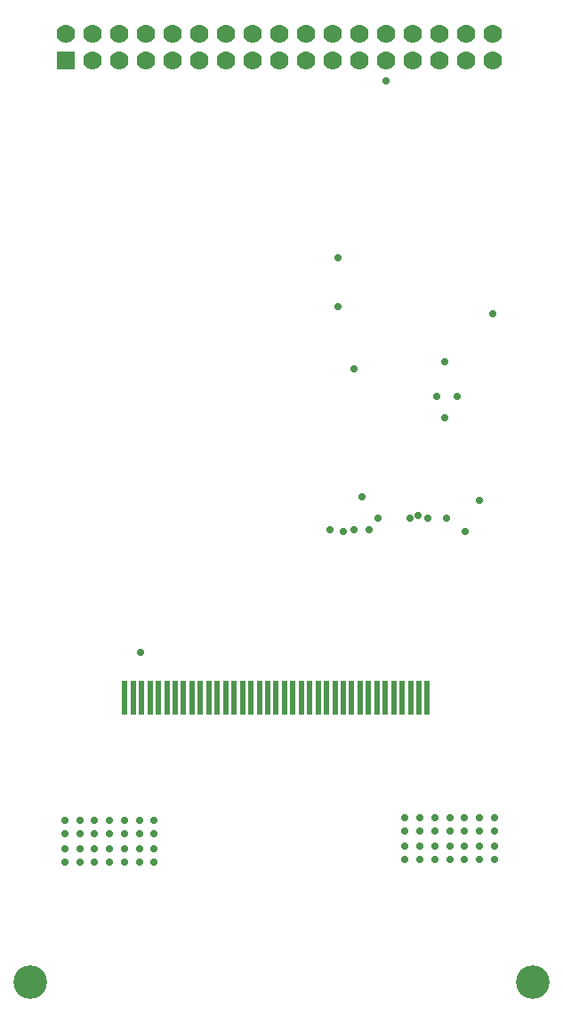
<source format=gts>
G04 Layer_Color=8388736*
%FSLAX25Y25*%
%MOIN*%
G70*
G01*
G75*
%ADD27R,0.02375X0.12611*%
%ADD28C,0.12611*%
%ADD29C,0.07000*%
%ADD30R,0.07000X0.07000*%
%ADD31C,0.02768*%
D27*
X-166039Y116500D02*
D03*
X-162890D02*
D03*
X-159740D02*
D03*
X-156591D02*
D03*
X-153441D02*
D03*
X-150291D02*
D03*
X-147142D02*
D03*
X-143992D02*
D03*
X-140842D02*
D03*
X-137693D02*
D03*
X-134543D02*
D03*
X-131394D02*
D03*
X-128244D02*
D03*
X-125094D02*
D03*
X-121945D02*
D03*
X-118795D02*
D03*
X-115646D02*
D03*
X-112496D02*
D03*
X-109346D02*
D03*
X-106197D02*
D03*
X-103047D02*
D03*
X-99898D02*
D03*
X-96748D02*
D03*
X-93598D02*
D03*
X-90449D02*
D03*
X-87299D02*
D03*
X-84150D02*
D03*
X-81000D02*
D03*
X-77850D02*
D03*
X-74701D02*
D03*
X-71551D02*
D03*
X-68402D02*
D03*
X-65252D02*
D03*
X-62102D02*
D03*
X-58953D02*
D03*
X-55803D02*
D03*
X-52653D02*
D03*
D28*
X-201484Y10079D02*
D03*
X-12992D02*
D03*
D29*
X-28228Y355748D02*
D03*
X-98228D02*
D03*
Y365748D02*
D03*
X-168228D02*
D03*
X-188228D02*
D03*
X-148228Y355748D02*
D03*
X-128228Y365748D02*
D03*
Y355748D02*
D03*
X-158228Y365748D02*
D03*
Y355748D02*
D03*
X-178228D02*
D03*
Y365748D02*
D03*
X-148228D02*
D03*
X-138228Y355748D02*
D03*
Y365748D02*
D03*
X-118228Y355748D02*
D03*
Y365748D02*
D03*
X-108228Y355748D02*
D03*
Y365748D02*
D03*
X-88228Y355748D02*
D03*
Y365748D02*
D03*
X-78228Y355748D02*
D03*
Y365748D02*
D03*
X-68228Y355748D02*
D03*
Y365748D02*
D03*
X-58228Y355748D02*
D03*
Y365748D02*
D03*
X-48228Y355748D02*
D03*
Y365748D02*
D03*
X-38228Y355748D02*
D03*
Y365748D02*
D03*
X-168228Y355748D02*
D03*
X-28228Y365748D02*
D03*
D30*
X-188228Y355748D02*
D03*
D31*
X-188500Y65500D02*
D03*
Y60000D02*
D03*
X-160583Y55000D02*
D03*
X-166167D02*
D03*
X-171750D02*
D03*
X-177333D02*
D03*
X-182917D02*
D03*
X-171750Y70500D02*
D03*
X-188500D02*
D03*
X-160583D02*
D03*
X-155000D02*
D03*
X-166167D02*
D03*
X-177333D02*
D03*
X-182917D02*
D03*
Y65500D02*
D03*
X-177333D02*
D03*
X-166167D02*
D03*
X-155000D02*
D03*
X-160583D02*
D03*
X-171750D02*
D03*
X-182917Y60000D02*
D03*
X-177333D02*
D03*
X-166167D02*
D03*
X-155000D02*
D03*
X-160583D02*
D03*
X-171750D02*
D03*
X-155000Y55000D02*
D03*
X-188500D02*
D03*
X-44250Y56000D02*
D03*
X-61000D02*
D03*
X-33083D02*
D03*
X-27500D02*
D03*
X-38667D02*
D03*
X-49833D02*
D03*
X-55417D02*
D03*
X-44250Y61000D02*
D03*
X-61000D02*
D03*
X-33083D02*
D03*
X-27500D02*
D03*
X-38667D02*
D03*
X-49833D02*
D03*
X-55417D02*
D03*
X-44250Y66500D02*
D03*
X-61000D02*
D03*
X-33083D02*
D03*
X-27500D02*
D03*
X-38667D02*
D03*
X-49833D02*
D03*
X-55417D02*
D03*
Y71500D02*
D03*
X-49833D02*
D03*
X-38667D02*
D03*
X-27500D02*
D03*
X-33083D02*
D03*
X-61000D02*
D03*
X-44250D02*
D03*
X-46000Y242500D02*
D03*
Y221500D02*
D03*
X-86253Y263253D02*
D03*
X-80000Y240000D02*
D03*
X-49000Y229500D02*
D03*
X-86000Y281500D02*
D03*
X-84000Y179000D02*
D03*
X-41500Y229500D02*
D03*
X-56000Y185000D02*
D03*
X-160000Y133500D02*
D03*
X-74500Y179500D02*
D03*
X-77000Y192000D02*
D03*
X-80000Y179500D02*
D03*
X-89000D02*
D03*
X-45500Y184000D02*
D03*
X-59000D02*
D03*
X-71000D02*
D03*
X-52500D02*
D03*
X-38500Y179000D02*
D03*
X-28000Y260500D02*
D03*
X-33000Y190500D02*
D03*
X-68000Y348000D02*
D03*
M02*

</source>
